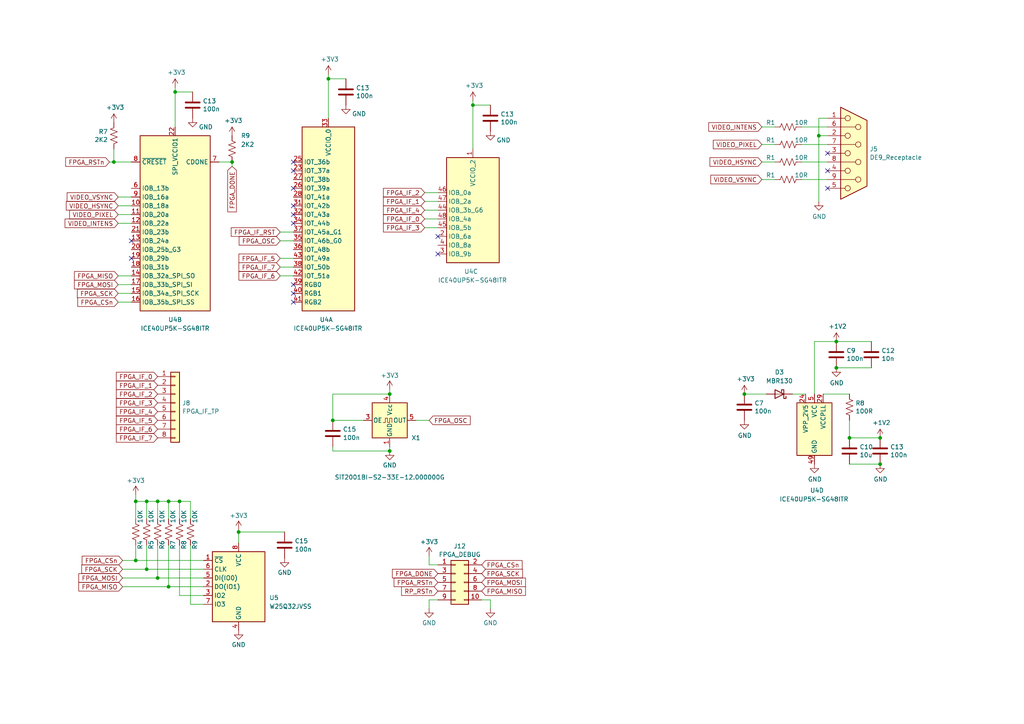
<source format=kicad_sch>
(kicad_sch (version 20230121) (generator eeschema)
  (paper "A4")
  (lib_symbols
    (symbol "Connector:DE9_Receptacle" (pin_names (offset 1.016) hide)
      (property "Reference" "J" (at 0 13.97 0))
      (property "Value" "DE9_Receptacle" (at 0 -14.605 0))
      (symbol "DE9_Receptacle_0_1"
        (circle (center -1.778 -10.16) (radius 0.762))
        (circle (center -1.778 -5.08) (radius 0.762))
        (circle (center -1.778 0) (radius 0.762))
        (circle (center -1.778 5.08) (radius 0.762))
        (circle (center -1.778 10.16) (radius 0.762))
        (polyline (pts (xy -3.81 -10.16) (xy -2.54 -10.16)))
        (polyline (pts (xy -3.81 -7.62) (xy 0.508 -7.62)))
        (polyline (pts (xy -3.81 -5.08) (xy -2.54 -5.08)))
        (polyline (pts (xy -3.81 -2.54) (xy 0.508 -2.54)))
        (polyline (pts (xy -3.81 0) (xy -2.54 0)))
        (polyline (pts (xy -3.81 2.54) (xy 0.508 2.54)))
        (polyline (pts (xy -3.81 5.08) (xy -2.54 5.08)))
        (polyline (pts (xy -3.81 7.62) (xy 0.508 7.62)))
        (polyline (pts (xy -3.81 10.16) (xy -2.54 10.16)))
        (polyline (pts (xy -3.81 13.335) (xy -3.81 -13.335) (xy 3.81 -9.525) (xy 3.81 9.525) (xy -3.81 13.335)) (stroke (width 0.254)) (fill (type background)))
        (circle (center 1.27 -7.62) (radius 0.762))
        (circle (center 1.27 -2.54) (radius 0.762))
        (circle (center 1.27 2.54) (radius 0.762))
        (circle (center 1.27 7.62) (radius 0.762))
      )
      (symbol "DE9_Receptacle_1_1"
        (pin passive line (at -7.62 10.16 0) (length 3.81) (name "1") (number "1"))
        (pin passive line (at -7.62 5.08 0) (length 3.81) (name "2") (number "2"))
        (pin passive line (at -7.62 0 0) (length 3.81) (name "3") (number "3"))
        (pin passive line (at -7.62 -5.08 0) (length 3.81) (name "4") (number "4"))
        (pin passive line (at -7.62 -10.16 0) (length 3.81) (name "5") (number "5"))
        (pin passive line (at -7.62 7.62 0) (length 3.81) (name "6") (number "6"))
        (pin passive line (at -7.62 2.54 0) (length 3.81) (name "7") (number "7"))
        (pin passive line (at -7.62 -2.54 0) (length 3.81) (name "8") (number "8"))
        (pin passive line (at -7.62 -7.62 0) (length 3.81) (name "9") (number "9"))
      )
    )
    (symbol "Connector_Generic:Conn_01x08" (pin_names (offset 1.016) hide)
      (property "Reference" "J" (at 0 10.16 0))
      (property "Value" "Conn_01x08" (at 0 -12.7 0))
      (symbol "Conn_01x08_1_1"
        (rectangle (start -1.27 -10.033) (end 0 -10.287) (stroke (width 0.1524)))
        (rectangle (start -1.27 -7.493) (end 0 -7.747) (stroke (width 0.1524)))
        (rectangle (start -1.27 -4.953) (end 0 -5.207) (stroke (width 0.1524)))
        (rectangle (start -1.27 -2.413) (end 0 -2.667) (stroke (width 0.1524)))
        (rectangle (start -1.27 0.127) (end 0 -0.127) (stroke (width 0.1524)))
        (rectangle (start -1.27 2.667) (end 0 2.413) (stroke (width 0.1524)))
        (rectangle (start -1.27 5.207) (end 0 4.953) (stroke (width 0.1524)))
        (rectangle (start -1.27 7.747) (end 0 7.493) (stroke (width 0.1524)))
        (rectangle (start -1.27 8.89) (end 1.27 -11.43) (stroke (width 0.254)) (fill (type background)))
        (pin passive line (at -5.08 7.62 0) (length 3.81) (name "Pin_1") (number "1"))
        (pin passive line (at -5.08 5.08 0) (length 3.81) (name "Pin_2") (number "2"))
        (pin passive line (at -5.08 2.54 0) (length 3.81) (name "Pin_3") (number "3"))
        (pin passive line (at -5.08 0 0) (length 3.81) (name "Pin_4") (number "4"))
        (pin passive line (at -5.08 -2.54 0) (length 3.81) (name "Pin_5") (number "5"))
        (pin passive line (at -5.08 -5.08 0) (length 3.81) (name "Pin_6") (number "6"))
        (pin passive line (at -5.08 -7.62 0) (length 3.81) (name "Pin_7") (number "7"))
        (pin passive line (at -5.08 -10.16 0) (length 3.81) (name "Pin_8") (number "8"))
      )
    )
    (symbol "Connector_Generic:Conn_02x05_Odd_Even" (pin_names (offset 1.016) hide)
      (property "Reference" "J" (at 1.27 7.62 0))
      (property "Value" "Conn_02x05_Odd_Even" (at 1.27 -7.62 0))
      (symbol "Conn_02x05_Odd_Even_1_1"
        (rectangle (start -1.27 -4.953) (end 0 -5.207) (stroke (width 0.1524)))
        (rectangle (start -1.27 -2.413) (end 0 -2.667) (stroke (width 0.1524)))
        (rectangle (start -1.27 0.127) (end 0 -0.127) (stroke (width 0.1524)))
        (rectangle (start -1.27 2.667) (end 0 2.413) (stroke (width 0.1524)))
        (rectangle (start -1.27 5.207) (end 0 4.953) (stroke (width 0.1524)))
        (rectangle (start -1.27 6.35) (end 3.81 -6.35) (stroke (width 0.254)) (fill (type background)))
        (rectangle (start 3.81 -4.953) (end 2.54 -5.207) (stroke (width 0.1524)))
        (rectangle (start 3.81 -2.413) (end 2.54 -2.667) (stroke (width 0.1524)))
        (rectangle (start 3.81 0.127) (end 2.54 -0.127) (stroke (width 0.1524)))
        (rectangle (start 3.81 2.667) (end 2.54 2.413) (stroke (width 0.1524)))
        (rectangle (start 3.81 5.207) (end 2.54 4.953) (stroke (width 0.1524)))
        (pin passive line (at -5.08 5.08 0) (length 3.81) (name "Pin_1") (number "1"))
        (pin passive line (at 7.62 -5.08 180) (length 3.81) (name "Pin_10") (number "10"))
        (pin passive line (at 7.62 5.08 180) (length 3.81) (name "Pin_2") (number "2"))
        (pin passive line (at -5.08 2.54 0) (length 3.81) (name "Pin_3") (number "3"))
        (pin passive line (at 7.62 2.54 180) (length 3.81) (name "Pin_4") (number "4"))
        (pin passive line (at -5.08 0 0) (length 3.81) (name "Pin_5") (number "5"))
        (pin passive line (at 7.62 0 180) (length 3.81) (name "Pin_6") (number "6"))
        (pin passive line (at -5.08 -2.54 0) (length 3.81) (name "Pin_7") (number "7"))
        (pin passive line (at 7.62 -2.54 180) (length 3.81) (name "Pin_8") (number "8"))
        (pin passive line (at -5.08 -5.08 0) (length 3.81) (name "Pin_9") (number "9"))
      )
    )
    (symbol "Device:C" (pin_numbers hide) (pin_names (offset 0.254))
      (property "Reference" "C" (at 0.635 2.54 0))
      (property "Value" "C" (at 0.635 -2.54 0))
      (symbol "C_0_1"
        (polyline (pts (xy -2.032 -0.762) (xy 2.032 -0.762)) (stroke (width 0.508)))
        (polyline (pts (xy -2.032 0.762) (xy 2.032 0.762)) (stroke (width 0.508)))
      )
      (symbol "C_1_1"
        (pin passive line (at 0 3.81 270) (length 2.794) (name "~") (number "1"))
        (pin passive line (at 0 -3.81 90) (length 2.794) (name "~") (number "2"))
      )
    )
    (symbol "Device:D_Schottky" (pin_numbers hide) (pin_names (offset 1.016) hide)
      (property "Reference" "D" (at 0 2.54 0))
      (property "Value" "D_Schottky" (at 0 -2.54 0))
      (symbol "D_Schottky_0_1"
        (polyline (pts (xy 1.27 0) (xy -1.27 0)))
        (polyline (pts (xy 1.27 1.27) (xy 1.27 -1.27) (xy -1.27 0) (xy 1.27 1.27)) (stroke (width 0.254)))
        (polyline (pts (xy -1.905 0.635) (xy -1.905 1.27) (xy -1.27 1.27) (xy -1.27 -1.27) (xy -0.635 -1.27) (xy -0.635 -0.635)) (stroke (width 0.254)))
      )
      (symbol "D_Schottky_1_1"
        (pin passive line (at -3.81 0 0) (length 2.54) (name "K") (number "1"))
        (pin passive line (at 3.81 0 180) (length 2.54) (name "A") (number "2"))
      )
    )
    (symbol "Device:R_US" (pin_numbers hide) (pin_names (offset 0))
      (property "Reference" "R" (at 2.54 0 90))
      (property "Value" "R_US" (at -2.54 0 90))
      (symbol "R_US_0_1"
        (polyline (pts (xy 0 -2.286) (xy 0 -2.54)))
        (polyline (pts (xy 0 2.286) (xy 0 2.54)))
        (polyline (pts (xy 0 -0.762) (xy 1.016 -1.143) (xy 0 -1.524) (xy -1.016 -1.905) (xy 0 -2.286)))
        (polyline (pts (xy 0 0.762) (xy 1.016 0.381) (xy 0 0) (xy -1.016 -0.381) (xy 0 -0.762)))
        (polyline (pts (xy 0 2.286) (xy 1.016 1.905) (xy 0 1.524) (xy -1.016 1.143) (xy 0 0.762)))
      )
      (symbol "R_US_1_1"
        (pin passive line (at 0 3.81 270) (length 1.27) (name "~") (number "1"))
        (pin passive line (at 0 -3.81 90) (length 1.27) (name "~") (number "2"))
      )
    )
    (symbol "FPGA_Lattice:ICE40UP5K-SG48ITR"
      (property "Reference" "U" (at -8.89 -29.21 0))
      (property "Value" "ICE40UP5K-SG48ITR" (at 0 -31.75 0))
      (symbol "ICE40UP5K-SG48ITR_1_1"
        (rectangle (start -7.62 25.4) (end 7.62 -27.94) (stroke (width 0.254)) (fill (type background)))
        (pin bidirectional line (at -10.16 12.7 0) (length 2.54) (name "IOT_37a") (number "23"))
        (pin bidirectional line (at -10.16 15.24 0) (length 2.54) (name "IOT_36b") (number "25"))
        (pin bidirectional line (at -10.16 7.62 0) (length 2.54) (name "IOT_39a") (number "26"))
        (pin bidirectional line (at -10.16 10.16 0) (length 2.54) (name "IOT_38b") (number "27"))
        (pin bidirectional line (at -10.16 5.08 0) (length 2.54) (name "IOT_41a") (number "28"))
        (pin bidirectional line (at -10.16 2.54 0) (length 2.54) (name "IOT_42b") (number "31"))
        (pin bidirectional line (at -10.16 0 0) (length 2.54) (name "IOT_43a") (number "32"))
        (pin power_in line (at 0 27.94 270) (length 2.54) (name "VCCIO_0") (number "33"))
        (pin bidirectional line (at -10.16 -2.54 0) (length 2.54) (name "IOT_44b") (number "34"))
        (pin bidirectional line (at -10.16 -7.62 0) (length 2.54) (name "IOT_46b_G0") (number "35"))
        (pin bidirectional line (at -10.16 -10.16 0) (length 2.54) (name "IOT_48b") (number "36"))
        (pin bidirectional line (at -10.16 -5.08 0) (length 2.54) (name "IOT_45a_G1") (number "37"))
        (pin bidirectional line (at -10.16 -15.24 0) (length 2.54) (name "IOT_50b") (number "38"))
        (pin open_collector line (at -10.16 -20.32 0) (length 2.54) (name "RGB0") (number "39"))
        (pin open_collector line (at -10.16 -22.86 0) (length 2.54) (name "RGB1") (number "40"))
        (pin open_collector line (at -10.16 -25.4 0) (length 2.54) (name "RGB2") (number "41"))
        (pin bidirectional line (at -10.16 -17.78 0) (length 2.54) (name "IOT_51a") (number "42"))
        (pin bidirectional line (at -10.16 -12.7 0) (length 2.54) (name "IOT_49a") (number "43"))
      )
      (symbol "ICE40UP5K-SG48ITR_2_1"
        (rectangle (start -10.16 25.4) (end 10.16 -25.4) (stroke (width 0.254)) (fill (type background)))
        (pin bidirectional line (at -12.7 5.08 0) (length 2.54) (name "IOB_18a") (number "10"))
        (pin bidirectional line (at -12.7 2.54 0) (length 2.54) (name "IOB_20a") (number "11"))
        (pin bidirectional line (at -12.7 0 0) (length 2.54) (name "IOB_22a") (number "12"))
        (pin bidirectional line (at -12.7 -5.08 0) (length 2.54) (name "IOB_24a") (number "13"))
        (pin bidirectional line (at -12.7 -15.24 0) (length 2.54) (name "IOB_32a_SPI_SO") (number "14"))
        (pin bidirectional line (at -12.7 -20.32 0) (length 2.54) (name "IOB_34a_SPI_SCK") (number "15"))
        (pin bidirectional line (at -12.7 -22.86 0) (length 2.54) (name "IOB_35b_SPI_SS") (number "16"))
        (pin bidirectional line (at -12.7 -17.78 0) (length 2.54) (name "IOB_33b_SPI_SI") (number "17"))
        (pin bidirectional line (at -12.7 -12.7 0) (length 2.54) (name "IOB_31b") (number "18"))
        (pin bidirectional line (at -12.7 -10.16 0) (length 2.54) (name "IOB_29b") (number "19"))
        (pin bidirectional line (at -12.7 -7.62 0) (length 2.54) (name "IOB_25b_G3") (number "20"))
        (pin bidirectional line (at -12.7 -2.54 0) (length 2.54) (name "IOB_23b") (number "21"))
        (pin power_in line (at 0 27.94 270) (length 2.54) (name "SPI_VCCIO1") (number "22"))
        (pin bidirectional line (at -12.7 10.16 0) (length 2.54) (name "IOB_13b") (number "6"))
        (pin open_collector line (at 12.7 17.78 180) (length 2.54) (name "CDONE") (number "7"))
        (pin input line (at -12.7 17.78 0) (length 2.54) (name "~{CRESET}") (number "8"))
        (pin bidirectional line (at -12.7 7.62 0) (length 2.54) (name "IOB_16a") (number "9"))
      )
      (symbol "ICE40UP5K-SG48ITR_3_1"
        (rectangle (start -7.62 15.24) (end 7.62 -15.24) (stroke (width 0.254)) (fill (type background)))
        (pin power_in line (at 0 17.78 270) (length 2.54) (name "VCCIO_2") (number "1"))
        (pin bidirectional line (at -10.16 -7.62 0) (length 2.54) (name "IOB_6a") (number "2"))
        (pin bidirectional line (at -10.16 -12.7 0) (length 2.54) (name "IOB_9b") (number "3"))
        (pin bidirectional line (at -10.16 -10.16 0) (length 2.54) (name "IOB_8a") (number "4"))
        (pin bidirectional line (at -10.16 0 0) (length 2.54) (name "IOB_3b_G6") (number "44"))
        (pin bidirectional line (at -10.16 -5.08 0) (length 2.54) (name "IOB_5b") (number "45"))
        (pin bidirectional line (at -10.16 5.08 0) (length 2.54) (name "IOB_0a") (number "46"))
        (pin bidirectional line (at -10.16 2.54 0) (length 2.54) (name "IOB_2a") (number "47"))
        (pin bidirectional line (at -10.16 -2.54 0) (length 2.54) (name "IOB_4a") (number "48"))
      )
      (symbol "ICE40UP5K-SG48ITR_4_1"
        (rectangle (start -5.08 7.62) (end 5.08 -7.62) (stroke (width 0.254)) (fill (type background)))
        (pin power_in line (at -2.54 10.16 270) (length 2.54) (name "VPP_2V5") (number "24"))
        (pin power_out line (at 2.54 10.16 270) (length 2.54) (name "VCCPLL") (number "29"))
        (pin passive line (at 0 10.16 270) (length 2.54) hide (name "VCC") (number "30"))
        (pin power_in line (at 0 -10.16 90) (length 2.54) (name "GND") (number "49"))
        (pin power_in line (at 0 10.16 270) (length 2.54) (name "VCC") (number "5"))
      )
    )
    (symbol "Memory_Flash:W25Q32JVSS"
      (property "Reference" "U" (at -6.35 11.43 0))
      (property "Value" "W25Q32JVSS" (at 7.62 11.43 0))
      (symbol "W25Q32JVSS_0_1"
        (rectangle (start -7.62 10.16) (end 7.62 -10.16) (stroke (width 0.254)) (fill (type background)))
      )
      (symbol "W25Q32JVSS_1_1"
        (pin input line (at -10.16 7.62 0) (length 2.54) (name "~{CS}") (number "1"))
        (pin bidirectional line (at -10.16 0 0) (length 2.54) (name "DO(IO1)") (number "2"))
        (pin bidirectional line (at -10.16 -2.54 0) (length 2.54) (name "IO2") (number "3"))
        (pin power_in line (at 0 -12.7 90) (length 2.54) (name "GND") (number "4"))
        (pin bidirectional line (at -10.16 2.54 0) (length 2.54) (name "DI(IO0)") (number "5"))
        (pin input line (at -10.16 5.08 0) (length 2.54) (name "CLK") (number "6"))
        (pin bidirectional line (at -10.16 -5.08 0) (length 2.54) (name "IO3") (number "7"))
        (pin power_in line (at 0 12.7 270) (length 2.54) (name "VCC") (number "8"))
      )
    )
    (symbol "SiT2001B:SiT2001B" (pin_names (offset 0.254))
      (property "Reference" "X" (at -5.08 6.35 0))
      (property "Value" "SiT2001B" (at 1.27 -6.35 0))
      (symbol "SiT2001B_0_1"
        (rectangle (start -5.08 5.08) (end 5.08 -5.08) (stroke (width 0.254)) (fill (type background)))
        (polyline (pts (xy -1.905 -0.635) (xy -1.27 -0.635) (xy -1.27 0.635) (xy -0.635 0.635) (xy -0.635 -0.635) (xy 0 -0.635) (xy 0 0.635) (xy 0.635 0.635) (xy 0.635 -0.635)))
      )
      (symbol "SiT2001B_1_1"
        (pin power_in line (at 0 -7.62 90) (length 2.54) (name "GND") (number "1"))
        (pin input line (at -7.62 0 0) (length 2.54) (name "OE") (number "3"))
        (pin power_in line (at 0 7.62 270) (length 2.54) (name "Vcc") (number "4"))
        (pin output line (at 7.62 0 180) (length 2.54) (name "OUT") (number "5"))
      )
    )
    (symbol "power:+1V2" (power) (pin_names (offset 0))
      (property "Value" "+1V2" (at 0 3.556 0))
      (symbol "+1V2_0_1"
        (polyline (pts (xy -0.762 1.27) (xy 0 2.54)))
        (polyline (pts (xy 0 0) (xy 0 2.54)))
        (polyline (pts (xy 0 2.54) (xy 0.762 1.27)))
      )
      (symbol "+1V2_1_1"
        (pin power_in line (at 0 0 90) (length 0) hide (name "+1V2") (number "1"))
      )
    )
    (symbol "power:+3V3" (power) (pin_names (offset 0))
      (property "Value" "+3V3" (at 0 3.556 0))
      (symbol "+3V3_0_1"
        (polyline (pts (xy -0.762 1.27) (xy 0 2.54)))
        (polyline (pts (xy 0 0) (xy 0 2.54)))
        (polyline (pts (xy 0 2.54) (xy 0.762 1.27)))
      )
      (symbol "+3V3_1_1"
        (pin power_in line (at 0 0 90) (length 0) hide (name "+3V3") (number "1"))
      )
    )
    (symbol "power:GND" (power) (pin_names (offset 0))
      (property "Value" "GND" (at 0 -3.81 0))
      (symbol "GND_0_1"
        (polyline (pts (xy 0 0) (xy 0 -1.27) (xy 1.27 -1.27) (xy 0 -2.54) (xy -1.27 -1.27) (xy 0 -1.27)))
      )
      (symbol "GND_1_1"
        (pin power_in line (at 0 0 270) (length 0) hide (name "GND") (number "1"))
      )
    )
  )
  (junction (at 95.25 22.86))
  (junction (at 42.545 165.1))
  (junction (at 39.37 145.415))
  (junction (at 48.895 145.415))
  (junction (at 255.27 127))
  (junction (at 45.72 167.64))
  (junction (at 96.52 121.92))
  (junction (at 113.03 130.81))
  (junction (at 39.37 162.56))
  (junction (at 255.27 134.62))
  (junction (at 67.31 46.99))
  (junction (at 50.8 26.67))
  (junction (at 137.16 30.48))
  (junction (at 242.57 99.06))
  (junction (at 246.38 127))
  (junction (at 113.03 114.3))
  (junction (at 45.72 145.415))
  (junction (at 42.545 145.415))
  (junction (at 69.215 154.305))
  (junction (at 215.9 114.3))
  (junction (at 242.57 106.68))
  (junction (at 52.07 145.415))
  (junction (at 237.49 39.37))
  (junction (at 48.895 170.18))
  (junction (at 33.02 46.99))
  (no_connect (at 127 68.58))
  (no_connect (at 85.09 62.23))
  (no_connect (at 85.09 82.55))
  (no_connect (at 38.1 74.93))
  (no_connect (at 38.1 69.85))
  (no_connect (at 85.09 64.77))
  (no_connect (at 240.03 54.61))
  (no_connect (at 85.09 49.53))
  (no_connect (at 127 73.66))
  (no_connect (at 85.09 46.99))
  (no_connect (at 85.09 54.61))
  (no_connect (at 85.09 85.09))
  (no_connect (at 240.03 44.45))
  (no_connect (at 85.09 87.63))
  (no_connect (at 85.09 59.69))
  (no_connect (at 240.03 49.53))
  (wire (pts (xy 35.56 167.64) (xy 45.72 167.64)))
  (wire (pts (xy 96.52 129.54) (xy 96.52 130.81)))
  (wire (pts (xy 39.37 150.495) (xy 39.37 145.415)))
  (wire (pts (xy 246.38 134.62) (xy 255.27 134.62)))
  (wire (pts (xy 232.41 36.83) (xy 240.03 36.83)))
  (wire (pts (xy 137.16 30.48) (xy 137.16 43.18)))
  (wire (pts (xy 38.1 80.01) (xy 34.29 80.01)))
  (wire (pts (xy 39.37 162.56) (xy 39.37 158.115)))
  (wire (pts (xy 113.03 129.54) (xy 113.03 130.81)))
  (wire (pts (xy 220.98 36.83) (xy 224.79 36.83)))
  (wire (pts (xy 50.8 26.67) (xy 50.8 36.83)))
  (wire (pts (xy 48.895 145.415) (xy 48.895 150.495)))
  (wire (pts (xy 38.1 46.99) (xy 33.02 46.99)))
  (wire (pts (xy 142.24 176.53) (xy 142.24 173.99)))
  (wire (pts (xy 220.98 52.07) (xy 224.79 52.07)))
  (wire (pts (xy 39.37 143.51) (xy 39.37 145.415)))
  (wire (pts (xy 237.49 39.37) (xy 237.49 58.42)))
  (wire (pts (xy 137.16 30.48) (xy 142.24 30.48)))
  (wire (pts (xy 240.03 39.37) (xy 237.49 39.37)))
  (wire (pts (xy 123.19 63.5) (xy 127 63.5)))
  (wire (pts (xy 232.41 52.07) (xy 240.03 52.07)))
  (wire (pts (xy 127 163.83) (xy 124.46 163.83)))
  (wire (pts (xy 232.41 41.91) (xy 240.03 41.91)))
  (wire (pts (xy 52.07 172.72) (xy 52.07 158.115)))
  (wire (pts (xy 59.055 167.64) (xy 45.72 167.64)))
  (wire (pts (xy 120.65 121.92) (xy 124.46 121.92)))
  (wire (pts (xy 246.38 121.92) (xy 246.38 127)))
  (wire (pts (xy 95.25 21.59) (xy 95.25 22.86)))
  (wire (pts (xy 246.38 127) (xy 255.27 127)))
  (wire (pts (xy 42.545 145.415) (xy 45.72 145.415)))
  (wire (pts (xy 96.52 114.3) (xy 96.52 121.92)))
  (wire (pts (xy 252.73 99.06) (xy 242.57 99.06)))
  (wire (pts (xy 59.055 162.56) (xy 39.37 162.56)))
  (wire (pts (xy 95.25 22.86) (xy 100.33 22.86)))
  (wire (pts (xy 35.56 165.1) (xy 42.545 165.1)))
  (wire (pts (xy 38.1 87.63) (xy 34.29 87.63)))
  (wire (pts (xy 33.02 46.99) (xy 33.02 43.18)))
  (wire (pts (xy 42.545 145.415) (xy 42.545 150.495)))
  (wire (pts (xy 55.245 150.495) (xy 55.245 145.415)))
  (wire (pts (xy 35.56 162.56) (xy 39.37 162.56)))
  (wire (pts (xy 52.07 145.415) (xy 52.07 150.495)))
  (wire (pts (xy 232.41 46.99) (xy 240.03 46.99)))
  (wire (pts (xy 81.28 69.85) (xy 85.09 69.85)))
  (wire (pts (xy 81.28 67.31) (xy 85.09 67.31)))
  (wire (pts (xy 238.76 114.3) (xy 246.38 114.3)))
  (wire (pts (xy 240.03 34.29) (xy 237.49 34.29)))
  (wire (pts (xy 242.57 99.06) (xy 236.22 99.06)))
  (wire (pts (xy 123.19 58.42) (xy 127 58.42)))
  (wire (pts (xy 59.055 170.18) (xy 48.895 170.18)))
  (wire (pts (xy 96.52 121.92) (xy 105.41 121.92)))
  (wire (pts (xy 124.46 163.83) (xy 124.46 161.29)))
  (wire (pts (xy 113.03 113.03) (xy 113.03 114.3)))
  (wire (pts (xy 67.31 46.99) (xy 67.31 48.26)))
  (wire (pts (xy 123.19 55.88) (xy 127 55.88)))
  (wire (pts (xy 123.19 66.04) (xy 127 66.04)))
  (wire (pts (xy 34.29 64.77) (xy 38.1 64.77)))
  (wire (pts (xy 38.1 82.55) (xy 34.29 82.55)))
  (wire (pts (xy 96.52 130.81) (xy 113.03 130.81)))
  (wire (pts (xy 59.055 175.26) (xy 55.245 175.26)))
  (wire (pts (xy 31.75 46.99) (xy 33.02 46.99)))
  (wire (pts (xy 95.25 22.86) (xy 95.25 34.29)))
  (wire (pts (xy 124.46 173.99) (xy 124.46 176.53)))
  (wire (pts (xy 45.72 145.415) (xy 48.895 145.415)))
  (wire (pts (xy 35.56 170.18) (xy 48.895 170.18)))
  (wire (pts (xy 137.16 29.21) (xy 137.16 30.48)))
  (wire (pts (xy 252.73 106.68) (xy 242.57 106.68)))
  (wire (pts (xy 81.28 77.47) (xy 85.09 77.47)))
  (wire (pts (xy 236.22 99.06) (xy 236.22 114.3)))
  (wire (pts (xy 142.24 173.99) (xy 139.7 173.99)))
  (wire (pts (xy 127 173.99) (xy 124.46 173.99)))
  (wire (pts (xy 113.03 114.3) (xy 96.52 114.3)))
  (wire (pts (xy 59.055 172.72) (xy 52.07 172.72)))
  (wire (pts (xy 34.29 62.23) (xy 38.1 62.23)))
  (wire (pts (xy 48.895 170.18) (xy 48.895 158.115)))
  (wire (pts (xy 123.19 60.96) (xy 127 60.96)))
  (wire (pts (xy 45.72 150.495) (xy 45.72 145.415)))
  (wire (pts (xy 237.49 34.29) (xy 237.49 39.37)))
  (wire (pts (xy 220.98 41.91) (xy 224.79 41.91)))
  (wire (pts (xy 50.8 26.67) (xy 55.88 26.67)))
  (wire (pts (xy 222.25 114.3) (xy 215.9 114.3)))
  (wire (pts (xy 55.245 175.26) (xy 55.245 158.115)))
  (wire (pts (xy 81.28 74.93) (xy 85.09 74.93)))
  (wire (pts (xy 34.29 57.15) (xy 38.1 57.15)))
  (wire (pts (xy 55.245 145.415) (xy 52.07 145.415)))
  (wire (pts (xy 81.28 80.01) (xy 85.09 80.01)))
  (wire (pts (xy 42.545 165.1) (xy 42.545 158.115)))
  (wire (pts (xy 50.8 25.4) (xy 50.8 26.67)))
  (wire (pts (xy 69.215 153.67) (xy 69.215 154.305)))
  (wire (pts (xy 59.055 165.1) (xy 42.545 165.1)))
  (wire (pts (xy 34.29 59.69) (xy 38.1 59.69)))
  (wire (pts (xy 233.68 114.3) (xy 229.87 114.3)))
  (wire (pts (xy 69.215 154.305) (xy 82.55 154.305)))
  (wire (pts (xy 38.1 85.09) (xy 34.29 85.09)))
  (wire (pts (xy 69.215 154.305) (xy 69.215 157.48)))
  (wire (pts (xy 39.37 145.415) (xy 42.545 145.415)))
  (wire (pts (xy 220.98 46.99) (xy 224.79 46.99)))
  (wire (pts (xy 63.5 46.99) (xy 67.31 46.99)))
  (wire (pts (xy 45.72 167.64) (xy 45.72 158.115)))
  (wire (pts (xy 52.07 145.415) (xy 48.895 145.415)))
  (global_label "FPGA_IF_3" (shape input) (at 45.72 116.84 180) (property "Intersheetrefs" "${INTERSHEET_REFS}" (effects hide)))
  (global_label "FPGA_MISO" (shape input) (at 35.56 170.18 180) (property "Intersheetrefs" "${INTERSHEET_REFS}" (effects hide)))
  (global_label "FPGA_CSn" (shape input) (at 139.7 163.83 0) (property "Intersheetrefs" "${INTERSHEET_REFS}" (effects hide)))
  (global_label "FPGA_MOSI" (shape input) (at 139.7 168.91 0) (property "Intersheetrefs" "${INTERSHEET_REFS}" (effects hide)))
  (global_label "FPGA_CSn" (shape input) (at 34.29 87.63 180) (property "Intersheetrefs" "${INTERSHEET_REFS}" (effects hide)))
  (global_label "FPGA_IF_4" (shape input) (at 123.19 60.96 180) (property "Intersheetrefs" "${INTERSHEET_REFS}" (effects hide)))
  (global_label "FPGA_OSC" (shape input) (at 124.46 121.92 0) (property "Intersheetrefs" "${INTERSHEET_REFS}" (effects hide)))
  (global_label "FPGA_RSTn" (shape input) (at 31.75 46.99 180) (property "Intersheetrefs" "${INTERSHEET_REFS}" (effects hide)))
  (global_label "FPGA_IF_4" (shape input) (at 45.72 119.38 180) (property "Intersheetrefs" "${INTERSHEET_REFS}" (effects hide)))
  (global_label "FPGA_IF_6" (shape input) (at 45.72 124.46 180) (property "Intersheetrefs" "${INTERSHEET_REFS}" (effects hide)))
  (global_label "FPGA_SCK" (shape input) (at 35.56 165.1 180) (property "Intersheetrefs" "${INTERSHEET_REFS}" (effects hide)))
  (global_label "VIDEO_HSYNC" (shape input) (at 34.29 59.69 180) (property "Intersheetrefs" "${INTERSHEET_REFS}" (effects hide)))
  (global_label "FPGA_OSC" (shape input) (at 81.28 69.85 180) (property "Intersheetrefs" "${INTERSHEET_REFS}" (effects hide)))
  (global_label "FPGA_IF_2" (shape input) (at 45.72 114.3 180) (property "Intersheetrefs" "${INTERSHEET_REFS}" (effects hide)))
  (global_label "FPGA_IF_6" (shape input) (at 81.28 80.01 180) (property "Intersheetrefs" "${INTERSHEET_REFS}" (effects hide)))
  (global_label "FPGA_IF_0" (shape input) (at 45.72 109.22 180) (property "Intersheetrefs" "${INTERSHEET_REFS}" (effects hide)))
  (global_label "FPGA_IF_7" (shape input) (at 81.28 77.47 180) (property "Intersheetrefs" "${INTERSHEET_REFS}" (effects hide)))
  (global_label "FPGA_IF_0" (shape input) (at 123.19 63.5 180) (property "Intersheetrefs" "${INTERSHEET_REFS}" (effects hide)))
  (global_label "FPGA_DONE" (shape input) (at 67.31 48.26 270) (property "Intersheetrefs" "${INTERSHEET_REFS}" (effects hide)))
  (global_label "FPGA_MISO" (shape input) (at 139.7 171.45 0) (property "Intersheetrefs" "${INTERSHEET_REFS}" (effects hide)))
  (global_label "RP_RSTn" (shape input) (at 127 171.45 180) (property "Intersheetrefs" "${INTERSHEET_REFS}" (effects hide)))
  (global_label "VIDEO_INTENS" (shape input) (at 34.29 64.77 180) (property "Intersheetrefs" "${INTERSHEET_REFS}" (effects hide)))
  (global_label "FPGA_DONE" (shape input) (at 127 166.37 180) (property "Intersheetrefs" "${INTERSHEET_REFS}" (effects hide)))
  (global_label "FPGA_SCK" (shape input) (at 34.29 85.09 180) (property "Intersheetrefs" "${INTERSHEET_REFS}" (effects hide)))
  (global_label "FPGA_IF_RST" (shape input) (at 81.28 67.31 180) (property "Intersheetrefs" "${INTERSHEET_REFS}" (effects hide)))
  (global_label "VIDEO_VSYNC" (shape input) (at 220.98 52.07 180) (property "Intersheetrefs" "${INTERSHEET_REFS}" (effects hide)))
  (global_label "FPGA_IF_3" (shape input) (at 123.19 66.04 180) (property "Intersheetrefs" "${INTERSHEET_REFS}" (effects hide)))
  (global_label "FPGA_CSn" (shape input) (at 35.56 162.56 180) (property "Intersheetrefs" "${INTERSHEET_REFS}" (effects hide)))
  (global_label "FPGA_SCK" (shape input) (at 139.7 166.37 0) (property "Intersheetrefs" "${INTERSHEET_REFS}" (effects hide)))
  (global_label "FPGA_IF_2" (shape input) (at 123.19 55.88 180) (property "Intersheetrefs" "${INTERSHEET_REFS}" (effects hide)))
  (global_label "FPGA_IF_7" (shape input) (at 45.72 127 180) (property "Intersheetrefs" "${INTERSHEET_REFS}" (effects hide)))
  (global_label "VIDEO_HSYNC" (shape input) (at 220.98 46.99 180) (property "Intersheetrefs" "${INTERSHEET_REFS}" (effects hide)))
  (global_label "FPGA_IF_1" (shape input) (at 45.72 111.76 180) (property "Intersheetrefs" "${INTERSHEET_REFS}" (effects hide)))
  (global_label "FPGA_MISO" (shape input) (at 34.29 80.01 180) (property "Intersheetrefs" "${INTERSHEET_REFS}" (effects hide)))
  (global_label "VIDEO_INTENS" (shape input) (at 220.98 36.83 180) (property "Intersheetrefs" "${INTERSHEET_REFS}" (effects hide)))
  (global_label "FPGA_IF_5" (shape input) (at 81.28 74.93 180) (property "Intersheetrefs" "${INTERSHEET_REFS}" (effects hide)))
  (global_label "FPGA_MOSI" (shape input) (at 35.56 167.64 180) (property "Intersheetrefs" "${INTERSHEET_REFS}" (effects hide)))
  (global_label "FPGA_RSTn" (shape input) (at 127 168.91 180) (property "Intersheetrefs" "${INTERSHEET_REFS}" (effects hide)))
  (global_label "FPGA_IF_5" (shape input) (at 45.72 121.92 180) (property "Intersheetrefs" "${INTERSHEET_REFS}" (effects hide)))
  (global_label "FPGA_IF_1" (shape input) (at 123.19 58.42 180) (property "Intersheetrefs" "${INTERSHEET_REFS}" (effects hide)))
  (global_label "VIDEO_VSYNC" (shape input) (at 34.29 57.15 180) (property "Intersheetrefs" "${INTERSHEET_REFS}" (effects hide)))
  (global_label "VIDEO_PIXEL" (shape input) (at 220.98 41.91 180) (property "Intersheetrefs" "${INTERSHEET_REFS}" (effects hide)))
  (global_label "VIDEO_PIXEL" (shape input) (at 34.29 62.23 180) (property "Intersheetrefs" "${INTERSHEET_REFS}" (effects hide)))
  (global_label "FPGA_MOSI" (shape input) (at 34.29 82.55 180) (property "Intersheetrefs" "${INTERSHEET_REFS}" (effects hide)))
  (symbol (lib_id "FPGA_Lattice:ICE40UP5K-SG48ITR") (at 236.22 124.46 0) (unit 4)
    (property "Reference" "U4" (at 234.95 142.24 0) (effects (justify left)))
    (property "Value" "ICE40UP5K-SG48ITR" (at 226.06 144.78 0) (effects (justify left)))
    (property "Footprint" "Package_DFN_QFN:QFN-48-1EP_7x7mm_P0.5mm_EP5.6x5.6mm" (effects hide))
    (property "Datasheet" "http://www.latticesemi.com/Products/FPGAandCPLD/iCE40Ultra" (effects hide))
    (instances (project "ice40_catears_v1" (path "" (reference "U4") (unit 4))) (project "ibm-5151-pcb" (path "" (reference "U3") (unit 4)) (path "" (reference "U5") (unit 4))))
  )
  (symbol (lib_id "power:GND") (at 100.33 30.48 0) (unit 1)
    (property "Reference" "#PWR025" (effects hide))
    (property "Value" "GND" (at 104.14 33.02 0))
    (instances (project "ice40_catears_v1" (path "" (reference "#PWR025") (unit 1))) (project "ibm-5151-pcb" (path "" (reference "#PWR021") (unit 1)) (path "" (reference "#PWR019") (unit 1))))
  )
  (symbol (lib_id "FPGA_Lattice:ICE40UP5K-SG48ITR") (at 50.8 64.77 0) (unit 2)
    (property "Reference" "U4" (at 50.8 92.71 0))
    (property "Value" "ICE40UP5K-SG48ITR" (at 50.8 95.25 0))
    (property "Footprint" "Package_DFN_QFN:QFN-48-1EP_7x7mm_P0.5mm_EP5.6x5.6mm" (effects hide))
    (property "Datasheet" "http://www.latticesemi.com/Products/FPGAandCPLD/iCE40Ultra" (effects hide))
    (instances (project "ice40_catears_v1" (path "" (reference "U4") (unit 2))) (project "ibm-5151-pcb" (path "" (reference "U3") (unit 2)) (path "" (reference "U5") (unit 2))))
  )
  (symbol (lib_id "power:+3V3") (at 95.25 21.59 0) (unit 1)
    (property "Reference" "#PWR022" (effects hide))
    (property "Value" "+3V3" (at 95.631 17.1958 0))
    (instances (project "ice40_catears_v1" (path "" (reference "#PWR022") (unit 1))) (project "ibm-5151-pcb" (path "" (reference "#PWR020") (unit 1)) (path "" (reference "#PWR018") (unit 1))))
  )
  (symbol (lib_id "Device:C") (at 242.57 102.87 0) (unit 1)
    (property "Reference" "C9" (at 245.491 101.7016 0) (effects (justify left)))
    (property "Value" "100n" (at 245.491 104.013 0) (effects (justify left)))
    (property "Footprint" "Capacitor_SMD:C_0603_1608Metric" (effects hide))
    (instances (project "ice40_catears_v1" (path "" (reference "C9") (unit 1))) (project "ibm-5151-pcb" (path "" (reference "C8") (unit 1)) (path "" (reference "C12") (unit 1))))
  )
  (symbol (lib_id "Device:R_US") (at 228.6 41.91 90) (unit 1)
    (property "Reference" "R1" (at 223.52 40.64 90))
    (property "Value" "10R" (at 232.41 40.64 90))
    (property "Footprint" "Resistor_SMD:R_0805_2012Metric" (effects hide))
    (instances (project "sensor_node_v1" (path "" (reference "R1") (unit 1))) (project "ibm-5151-pcb" (path "" (reference "R22") (unit 1)) (path "" (reference "R21") (unit 1))))
  )
  (symbol (lib_id "Device:R_US") (at 246.38 118.11 0) (unit 1)
    (property "Reference" "R8" (at 248.1072 116.9416 0) (effects (justify left)))
    (property "Value" "100R" (at 248.1072 119.253 0) (effects (justify left)))
    (property "Footprint" "Resistor_SMD:R_0805_2012Metric" (effects hide))
    (instances (project "ice40_catears_v1" (path "" (reference "R8") (unit 1))) (project "ibm-5151-pcb" (path "" (reference "R2") (unit 1)) (path "" (reference "R24") (unit 1))))
  )
  (symbol (lib_id "power:+3V3") (at 124.46 161.29 0) (unit 1)
    (property "Reference" "#PWR027" (effects hide))
    (property "Value" "+3V3" (at 124.46 157.1569 0))
    (instances (project "ibm-5151-pcb" (path "" (reference "#PWR027") (unit 1)) (path "" (reference "#PWR012") (unit 1))) (project "mpw3-common" (path "" (reference "#PWR010") (unit 1))))
  )
  (symbol (lib_id "FPGA_Lattice:ICE40UP5K-SG48ITR") (at 95.25 62.23 0) (unit 1)
    (property "Reference" "U4" (at 92.71 92.71 0) (effects (justify left)))
    (property "Value" "ICE40UP5K-SG48ITR" (at 85.09 95.25 0) (effects (justify left)))
    (property "Footprint" "Package_DFN_QFN:QFN-48-1EP_7x7mm_P0.5mm_EP5.6x5.6mm" (effects hide))
    (property "Datasheet" "http://www.latticesemi.com/Products/FPGAandCPLD/iCE40Ultra" (effects hide))
    (instances (project "ice40_catears_v1" (path "" (reference "U4") (unit 1))) (project "ibm-5151-pcb" (path "" (reference "U3") (unit 1)) (path "" (reference "U5") (unit 1))))
  )
  (symbol (lib_id "power:+3V3") (at 69.215 153.67 0) (unit 1)
    (property "Reference" "#PWR023" (effects hide))
    (property "Value" "+3V3" (at 69.215 149.5369 0))
    (instances (project "ibm-5151-pcb" (path "" (reference "#PWR023") (unit 1)) (path "" (reference "#PWR08") (unit 1))) (project "mpw3-common" (path "" (reference "#PWR010") (unit 1))))
  )
  (symbol (lib_id "Device:R_US") (at 228.6 36.83 90) (unit 1)
    (property "Reference" "R1" (at 223.52 35.56 90))
    (property "Value" "10R" (at 232.41 35.56 90))
    (property "Footprint" "Resistor_SMD:R_0805_2012Metric" (effects hide))
    (instances (project "sensor_node_v1" (path "" (reference "R1") (unit 1))) (project "ibm-5151-pcb" (path "" (reference "R21") (unit 1)) (path "" (reference "R9") (unit 1))))
  )
  (symbol (lib_id "Device:R_US") (at 45.72 154.305 0) (unit 1)
    (property "Reference" "R6" (at 46.99 159.385 90) (effects (justify left)))
    (property "Value" "10K" (at 46.99 151.765 90) (effects (justify left)))
    (property "Footprint" "Resistor_SMD:R_0805_2012Metric" (effects hide))
    (instances (project "ibm-5151-pcb" (path "" (reference "R6") (unit 1)) (path "" (reference "R3") (unit 1))) (project "mpw3-common" (path "" (reference "R4") (unit 1))))
  )
  (symbol (lib_id "Device:R_US") (at 55.245 154.305 0) (unit 1)
    (property "Reference" "R9" (at 56.515 159.385 90) (effects (justify left)))
    (property "Value" "10K" (at 56.515 151.765 90) (effects (justify left)))
    (property "Footprint" "Resistor_SMD:R_0805_2012Metric" (effects hide))
    (instances (project "ibm-5151-pcb" (path "" (reference "R9") (unit 1)) (path "" (reference "R6") (unit 1))) (project "mpw3-common" (path "" (reference "R1") (unit 1))))
  )
  (symbol (lib_id "FPGA_Lattice:ICE40UP5K-SG48ITR") (at 137.16 60.96 0) (unit 3)
    (property "Reference" "U4" (at 134.62 78.74 0) (effects (justify left)))
    (property "Value" "ICE40UP5K-SG48ITR" (at 127 81.28 0) (effects (justify left)))
    (property "Footprint" "Package_DFN_QFN:QFN-48-1EP_7x7mm_P0.5mm_EP5.6x5.6mm" (effects hide))
    (property "Datasheet" "http://www.latticesemi.com/Products/FPGAandCPLD/iCE40Ultra" (effects hide))
    (instances (project "ice40_catears_v1" (path "" (reference "U4") (unit 3))) (project "ibm-5151-pcb" (path "" (reference "U3") (unit 3)) (path "" (reference "U5") (unit 3))))
  )
  (symbol (lib_id "power:GND") (at 237.49 58.42 0) (unit 1)
    (property "Reference" "#PWR0123" (effects hide))
    (property "Value" "GND" (at 237.617 62.8142 0))
    (instances (project "sensor_node_v1" (path "" (reference "#PWR0123") (unit 1))) (project "ibm-5151-pcb" (path "" (reference "#PWR056") (unit 1)) (path "" (reference "#PWR025") (unit 1))))
  )
  (symbol (lib_id "Device:R_US") (at 33.02 39.37 0) (mirror y) (unit 1)
    (property "Reference" "R7" (at 31.2928 38.2016 0) (effects (justify left)))
    (property "Value" "2K2" (at 31.2928 40.513 0) (effects (justify left)))
    (property "Footprint" "Resistor_SMD:R_0805_2012Metric" (effects hide))
    (instances (project "ice40_catears_v1" (path "" (reference "R7") (unit 1))) (project "ibm-5151-pcb" (path "" (reference "R1") (unit 1)) (path "" (reference "R7") (unit 1))))
  )
  (symbol (lib_id "Device:C") (at 82.55 158.115 180) (unit 1)
    (property "Reference" "C15" (at 85.471 156.9029 0) (effects (justify right)))
    (property "Value" "100n" (at 85.471 159.3271 0) (effects (justify right)))
    (property "Footprint" "Capacitor_SMD:C_0603_1608Metric" (effects hide))
    (instances (project "ibm-5151-pcb" (path "" (reference "C15") (unit 1)) (path "" (reference "C7") (unit 1))) (project "mpw3-common" (path "" (reference "C2") (unit 1))))
  )
  (symbol (lib_id "power:GND") (at 124.46 176.53 0) (unit 1)
    (property "Reference" "#PWR026" (effects hide))
    (property "Value" "GND" (at 124.46 180.6631 0))
    (instances (project "ibm-5151-pcb" (path "" (reference "#PWR026") (unit 1)) (path "" (reference "#PWR013") (unit 1))) (project "mpw3-common" (path "" (reference "#PWR09") (unit 1))))
  )
  (symbol (lib_id "Device:D_Schottky") (at 226.06 114.3 180) (unit 1)
    (property "Reference" "D3" (at 226.06 107.95 0))
    (property "Value" "MBR130" (at 226.06 110.49 0))
    (property "Footprint" "Diode_SMD:D_SOD-123" (effects hide))
    (instances (project "ice40_catears_v1" (path "" (reference "D3") (unit 1))) (project "ibm-5151-pcb" (path "" (reference "D1") (unit 1)) (path "" (reference "D1") (unit 1))))
  )
  (symbol (lib_id "Device:R_US") (at 39.37 154.305 0) (unit 1)
    (property "Reference" "R4" (at 40.64 159.385 90) (effects (justify left)))
    (property "Value" "10K" (at 40.64 151.765 90) (effects (justify left)))
    (property "Footprint" "Resistor_SMD:R_0805_2012Metric" (effects hide))
    (instances (project "ibm-5151-pcb" (path "" (reference "R4") (unit 1)) (path "" (reference "R1") (unit 1))) (project "mpw3-common" (path "" (reference "R6") (unit 1))))
  )
  (symbol (lib_id "Device:C") (at 55.88 30.48 0) (unit 1)
    (property "Reference" "C13" (at 58.801 29.3116 0) (effects (justify left)))
    (property "Value" "100n" (at 58.801 31.623 0) (effects (justify left)))
    (property "Footprint" "Capacitor_SMD:C_0603_1608Metric" (effects hide))
    (instances (project "ice40_catears_v1" (path "" (reference "C13") (unit 1))) (project "ibm-5151-pcb" (path "" (reference "C12") (unit 1)) (path "" (reference "C8") (unit 1))))
  )
  (symbol (lib_id "Device:C") (at 246.38 130.81 0) (unit 1)
    (property "Reference" "C10" (at 249.301 129.6416 0) (effects (justify left)))
    (property "Value" "10u" (at 249.301 131.953 0) (effects (justify left)))
    (property "Footprint" "Capacitor_SMD:C_0603_1608Metric" (effects hide))
    (instances (project "ice40_catears_v1" (path "" (reference "C10") (unit 1))) (project "ibm-5151-pcb" (path "" (reference "C9") (unit 1)) (path "" (reference "C13") (unit 1))))
  )
  (symbol (lib_id "power:GND") (at 69.215 182.88 0) (unit 1)
    (property "Reference" "#PWR024" (effects hide))
    (property "Value" "GND" (at 69.215 187.0131 0))
    (instances (project "ibm-5151-pcb" (path "" (reference "#PWR024") (unit 1)) (path "" (reference "#PWR09") (unit 1))) (project "mpw3-common" (path "" (reference "#PWR09") (unit 1))))
  )
  (symbol (lib_id "power:GND") (at 55.88 34.29 0) (unit 1)
    (property "Reference" "#PWR025" (effects hide))
    (property "Value" "GND" (at 59.69 36.83 0))
    (instances (project "ice40_catears_v1" (path "" (reference "#PWR025") (unit 1))) (project "ibm-5151-pcb" (path "" (reference "#PWR019") (unit 1)) (path "" (reference "#PWR016") (unit 1))))
  )
  (symbol (lib_id "power:GND") (at 142.24 176.53 0) (unit 1)
    (property "Reference" "#PWR028" (effects hide))
    (property "Value" "GND" (at 142.24 180.6631 0))
    (instances (project "ibm-5151-pcb" (path "" (reference "#PWR028") (unit 1)) (path "" (reference "#PWR015") (unit 1))) (project "mpw3-common" (path "" (reference "#PWR09") (unit 1))))
  )
  (symbol (lib_id "Device:R_US") (at 48.895 154.305 0) (unit 1)
    (property "Reference" "R7" (at 50.165 159.385 90) (effects (justify left)))
    (property "Value" "10K" (at 50.165 151.765 90) (effects (justify left)))
    (property "Footprint" "Resistor_SMD:R_0805_2012Metric" (effects hide))
    (instances (project "ibm-5151-pcb" (path "" (reference "R7") (unit 1)) (path "" (reference "R4") (unit 1))) (project "mpw3-common" (path "" (reference "R3") (unit 1))))
  )
  (symbol (lib_id "Device:R_US") (at 52.07 154.305 0) (unit 1)
    (property "Reference" "R8" (at 53.34 159.385 90) (effects (justify left)))
    (property "Value" "10K" (at 53.34 151.765 90) (effects (justify left)))
    (property "Footprint" "Resistor_SMD:R_0805_2012Metric" (effects hide))
    (instances (project "ibm-5151-pcb" (path "" (reference "R8") (unit 1)) (path "" (reference "R5") (unit 1))) (project "mpw3-common" (path "" (reference "R2") (unit 1))))
  )
  (symbol (lib_id "Memory_Flash:W25Q32JVSS") (at 69.215 170.18 0) (unit 1)
    (property "Reference" "U5" (at 78.105 173.355 0) (effects (justify left)))
    (property "Value" "W25Q32JVSS" (at 78.105 175.895 0) (effects (justify left)))
    (property "Footprint" "Package_SO:SOIC-8_5.23x5.23mm_P1.27mm" (effects hide))
    (property "Datasheet" "http://www.winbond.com/resource-files/w25q32jv%20revg%2003272018%20plus.pdf" (effects hide))
    (instances (project "ibm-5151-pcb" (path "" (reference "U5") (unit 1)) (path "" (reference "U3") (unit 1))) (project "mpw3-common" (path "" (reference "U3") (unit 1))))
  )
  (symbol (lib_id "power:GND") (at 255.27 134.62 0) (unit 1)
    (property "Reference" "#PWR025" (effects hide))
    (property "Value" "GND" (at 255.397 139.0142 0))
    (instances (project "ice40_catears_v1" (path "" (reference "#PWR025") (unit 1))) (project "ibm-5151-pcb" (path "" (reference "#PWR015") (unit 1)) (path "" (reference "#PWR056") (unit 1))))
  )
  (symbol (lib_id "SiT2001B:SiT2001B") (at 113.03 121.92 0) (unit 1)
    (property "Reference" "X1" (at 120.65 127 0))
    (property "Value" "SiT2001BI-S2-33E-12.000000G" (at 113.03 138.43 0))
    (property "Footprint" "Package_TO_SOT_SMD:SOT-23-5" (effects hide))
  )
  (symbol (lib_id "Connector:DE9_Receptacle") (at 247.65 44.45 0) (unit 1)
    (property "Reference" "J5" (at 252.222 43.2379 0) (effects (justify left)))
    (property "Value" "DE9_Receptacle" (at 252.222 45.6621 0) (effects (justify left)))
    (property "Footprint" "Connector_Dsub:DSUB-9_Female_Horizontal_P2.77x2.84mm_EdgePinOffset7.70mm_Housed_MountingHolesOffset9.12mm" (effects hide))
    (property "Datasheet" " ~" (effects hide))
    (instances (project "ibm-5151-pcb" (path "" (reference "J5") (unit 1)) (path "" (reference "J8") (unit 1))))
  )
  (symbol (lib_id "power:+3V3") (at 137.16 29.21 0) (unit 1)
    (property "Reference" "#PWR022" (effects hide))
    (property "Value" "+3V3" (at 137.541 24.8158 0))
    (instances (project "ice40_catears_v1" (path "" (reference "#PWR022") (unit 1))) (project "ibm-5151-pcb" (path "" (reference "#PWR017") (unit 1)) (path "" (reference "#PWR020") (unit 1))))
  )
  (symbol (lib_id "Device:R_US") (at 67.31 43.18 0) (unit 1)
    (property "Reference" "R9" (at 69.85 39.37 0) (effects (justify left)))
    (property "Value" "2K2" (at 69.85 41.91 0) (effects (justify left)))
    (property "Footprint" "Resistor_SMD:R_0805_2012Metric" (effects hide))
    (instances (project "ice40_catears_v1" (path "" (reference "R9") (unit 1))) (project "ibm-5151-pcb" (path "" (reference "R3") (unit 1)) (path "" (reference "R8") (unit 1))))
  )
  (symbol (lib_id "power:+3V3") (at 215.9 114.3 0) (unit 1)
    (property "Reference" "#PWR016" (effects hide))
    (property "Value" "+3V3" (at 216.281 109.9058 0))
    (instances (project "ice40_catears_v1" (path "" (reference "#PWR016") (unit 1))) (project "ibm-5151-pcb" (path "" (reference "#PWR07") (unit 1)) (path "" (reference "#PWR022") (unit 1))))
  )
  (symbol (lib_id "Device:C") (at 96.52 125.73 180) (unit 1)
    (property "Reference" "C15" (at 99.441 124.5179 0) (effects (justify right)))
    (property "Value" "100n" (at 99.441 126.9421 0) (effects (justify right)))
    (property "Footprint" "Capacitor_SMD:C_0603_1608Metric" (effects hide))
    (instances (project "ibm-5151-pcb" (path "" (reference "C15") (unit 1)) (path "" (reference "C28") (unit 1))) (project "mpw3-common" (path "" (reference "C2") (unit 1))))
  )
  (symbol (lib_id "Device:R_US") (at 228.6 46.99 90) (unit 1)
    (property "Reference" "R1" (at 223.52 45.72 90))
    (property "Value" "10R" (at 232.41 45.72 90))
    (property "Footprint" "Resistor_SMD:R_0805_2012Metric" (effects hide))
    (instances (project "sensor_node_v1" (path "" (reference "R1") (unit 1))) (project "ibm-5151-pcb" (path "" (reference "R23") (unit 1)) (path "" (reference "R22") (unit 1))))
  )
  (symbol (lib_id "power:GND") (at 142.24 38.1 0) (unit 1)
    (property "Reference" "#PWR025" (effects hide))
    (property "Value" "GND" (at 146.05 40.64 0))
    (instances (project "ice40_catears_v1" (path "" (reference "#PWR025") (unit 1))) (project "ibm-5151-pcb" (path "" (reference "#PWR018") (unit 1)) (path "" (reference "#PWR021") (unit 1))))
  )
  (symbol (lib_id "Device:R_US") (at 228.6 52.07 90) (unit 1)
    (property "Reference" "R1" (at 223.52 50.8 90))
    (property "Value" "10R" (at 232.41 50.8 90))
    (property "Footprint" "Resistor_SMD:R_0805_2012Metric" (effects hide))
    (instances (project "sensor_node_v1" (path "" (reference "R1") (unit 1))) (project "ibm-5151-pcb" (path "" (reference "R24") (unit 1)) (path "" (reference "R23") (unit 1))))
  )
  (symbol (lib_id "power:GND") (at 82.55 161.925 0) (unit 1)
    (property "Reference" "#PWR025" (effects hide))
    (property "Value" "GND" (at 82.55 166.0581 0))
    (instances (project "ibm-5151-pcb" (path "" (reference "#PWR025") (unit 1)) (path "" (reference "#PWR010") (unit 1))) (project "mpw3-common" (path "" (reference "#PWR011") (unit 1))))
  )
  (symbol (lib_id "power:GND") (at 242.57 106.68 0) (unit 1)
    (property "Reference" "#PWR021" (effects hide))
    (property "Value" "GND" (at 242.697 111.0742 0))
    (instances (project "ice40_catears_v1" (path "" (reference "#PWR021") (unit 1))) (project "ibm-5151-pcb" (path "" (reference "#PWR012") (unit 1)) (path "" (reference "#PWR027") (unit 1))))
  )
  (symbol (lib_id "power:+1V2") (at 242.57 99.06 0) (unit 1)
    (property "Reference" "#PWR020" (effects hide))
    (property "Value" "+1V2" (at 242.951 94.6658 0))
    (instances (project "ice40_catears_v1" (path "" (reference "#PWR020") (unit 1))) (project "ibm-5151-pcb" (path "" (reference "#PWR011") (unit 1)) (path "" (reference "#PWR026") (unit 1))))
  )
  (symbol (lib_id "power:+3V3") (at 33.02 35.56 0) (unit 1)
    (property "Reference" "#PWR018" (effects hide))
    (property "Value" "+3V3" (at 33.401 31.1658 0))
    (instances (project "ice40_catears_v1" (path "" (reference "#PWR018") (unit 1))) (project "ibm-5151-pcb" (path "" (reference "#PWR010") (unit 1)) (path "" (reference "#PWR011") (unit 1))))
  )
  (symbol (lib_id "Device:C") (at 252.73 102.87 0) (unit 1)
    (property "Reference" "C12" (at 255.651 101.7016 0) (effects (justify left)))
    (property "Value" "10n" (at 255.651 104.013 0) (effects (justify left)))
    (property "Footprint" "Capacitor_SMD:C_0603_1608Metric" (effects hide))
    (instances (project "ice40_catears_v1" (path "" (reference "C12") (unit 1))) (project "ibm-5151-pcb" (path "" (reference "C10") (unit 1)) (path "" (reference "C14") (unit 1))))
  )
  (symbol (lib_id "power:+1V2") (at 255.27 127 0) (unit 1)
    (property "Reference" "#PWR024" (effects hide))
    (property "Value" "+1V2" (at 255.651 122.6058 0))
    (instances (project "ice40_catears_v1" (path "" (reference "#PWR024") (unit 1))) (project "ibm-5151-pcb" (path "" (reference "#PWR014") (unit 1)) (path "" (reference "#PWR028") (unit 1))))
  )
  (symbol (lib_id "power:+3V3") (at 113.03 113.03 0) (unit 1)
    (property "Reference" "#PWR023" (effects hide))
    (property "Value" "+3V3" (at 113.03 108.8969 0))
    (instances (project "ibm-5151-pcb" (path "" (reference "#PWR023") (unit 1)) (path "" (reference "#PWR065") (unit 1))) (project "mpw3-common" (path "" (reference "#PWR010") (unit 1))))
  )
  (symbol (lib_id "power:+3V3") (at 50.8 25.4 0) (unit 1)
    (property "Reference" "#PWR022" (effects hide))
    (property "Value" "+3V3" (at 51.181 21.0058 0))
    (instances (project "ice40_catears_v1" (path "" (reference "#PWR022") (unit 1))) (project "ibm-5151-pcb" (path "" (reference "#PWR013") (unit 1)) (path "" (reference "#PWR014") (unit 1))))
  )
  (symbol (lib_id "power:+3V3") (at 67.31 39.37 0) (unit 1)
    (property "Reference" "#PWR026" (effects hide))
    (property "Value" "+3V3" (at 67.691 34.9758 0))
    (instances (project "ice40_catears_v1" (path "" (reference "#PWR026") (unit 1))) (project "ibm-5151-pcb" (path "" (reference "#PWR016") (unit 1)) (path "" (reference "#PWR017") (unit 1))))
  )
  (symbol (lib_id "Device:R_US") (at 42.545 154.305 0) (unit 1)
    (property "Reference" "R5" (at 43.815 159.385 90) (effects (justify left)))
    (property "Value" "10K" (at 43.815 151.765 90) (effects (justify left)))
    (property "Footprint" "Resistor_SMD:R_0805_2012Metric" (effects hide))
    (instances (project "ibm-5151-pcb" (path "" (reference "R5") (unit 1)) (path "" (reference "R2") (unit 1))) (project "mpw3-common" (path "" (reference "R5") (unit 1))))
  )
  (symbol (lib_id "Device:C") (at 142.24 34.29 0) (unit 1)
    (property "Reference" "C13" (at 145.161 33.1216 0) (effects (justify left)))
    (property "Value" "100n" (at 145.161 35.433 0) (effects (justify left)))
    (property "Footprint" "Capacitor_SMD:C_0603_1608Metric" (effects hide))
    (instances (project "ice40_catears_v1" (path "" (reference "C13") (unit 1))) (project "ibm-5151-pcb" (path "" (reference "C14") (unit 1)) (path "" (reference "C10") (unit 1))))
  )
  (symbol (lib_id "Device:C") (at 100.33 26.67 0) (unit 1)
    (property "Reference" "C13" (at 103.251 25.5016 0) (effects (justify left)))
    (property "Value" "100n" (at 103.251 27.813 0) (effects (justify left)))
    (property "Footprint" "Capacitor_SMD:C_0603_1608Metric" (effects hide))
    (instances (project "ice40_catears_v1" (path "" (reference "C13") (unit 1))) (project "ibm-5151-pcb" (path "" (reference "C13") (unit 1)) (path "" (reference "C9") (unit 1))))
  )
  (symbol (lib_id "power:+3V3") (at 39.37 143.51 0) (unit 1)
    (property "Reference" "#PWR022" (effects hide))
    (property "Value" "+3V3" (at 39.37 139.3769 0))
    (instances (project "ibm-5151-pcb" (path "" (reference "#PWR022") (unit 1)) (path "" (reference "#PWR03") (unit 1))) (project "mpw3-common" (path "" (reference "#PWR012") (unit 1))))
  )
  (symbol (lib_id "power:GND") (at 215.9 121.92 0) (unit 1)
    (property "Reference" "#PWR017" (effects hide))
    (property "Value" "GND" (at 216.027 126.3142 0))
    (instances (project "ice40_catears_v1" (path "" (reference "#PWR017") (unit 1))) (project "ibm-5151-pcb" (path "" (reference "#PWR08") (unit 1)) (path "" (reference "#PWR023") (unit 1))))
  )
  (symbol (lib_id "power:GND") (at 236.22 134.62 0) (unit 1)
    (property "Reference" "#PWR019" (effects hide))
    (property "Value" "GND" (at 236.347 139.0142 0))
    (instances (project "ice40_catears_v1" (path "" (reference "#PWR019") (unit 1))) (project "ibm-5151-pcb" (path "" (reference "#PWR09") (unit 1)) (path "" (reference "#PWR024") (unit 1))))
  )
  (symbol (lib_id "Device:C") (at 255.27 130.81 0) (unit 1)
    (property "Reference" "C13" (at 258.191 129.6416 0) (effects (justify left)))
    (property "Value" "100n" (at 258.191 131.953 0) (effects (justify left)))
    (property "Footprint" "Capacitor_SMD:C_0603_1608Metric" (effects hide))
    (instances (project "ice40_catears_v1" (path "" (reference "C13") (unit 1))) (project "ibm-5151-pcb" (path "" (reference "C11") (unit 1)) (path "" (reference "C15") (unit 1))))
  )
  (symbol (lib_id "power:GND") (at 113.03 130.81 0) (unit 1)
    (property "Reference" "#PWR025" (effects hide))
    (property "Value" "GND" (at 113.03 134.9431 0))
    (instances (project "ibm-5151-pcb" (path "" (reference "#PWR025") (unit 1)) (path "" (reference "#PWR064") (unit 1))) (project "mpw3-common" (path "" (reference "#PWR011") (unit 1))))
  )
  (symbol (lib_id "Connector_Generic:Conn_01x08") (at 50.8 116.84 0) (unit 1)
    (property "Reference" "J8" (at 52.832 116.8979 0) (effects (justify left)))
    (property "Value" "FPGA_IF_TP" (at 52.832 119.3221 0) (effects (justify left)))
    (property "Footprint" "Connector_PinHeader_2.54mm:PinHeader_1x08_P2.54mm_Vertical" (effects hide))
    (instances (project "ibm-5151-pcb" (path "" (reference "J8") (unit 1)) (path "" (reference "J5") (unit 1))))
  )
  (symbol (lib_id "Device:C") (at 215.9 118.11 0) (unit 1)
    (property "Reference" "C7" (at 218.821 116.9416 0) (effects (justify left)))
    (property "Value" "100n" (at 218.821 119.253 0) (effects (justify left)))
    (property "Footprint" "Capacitor_SMD:C_0603_1608Metric" (effects hide))
    (instances (project "ice40_catears_v1" (path "" (reference "C7") (unit 1))) (project "ibm-5151-pcb" (path "" (reference "C7") (unit 1)) (path "" (reference "C11") (unit 1))))
  )
  (symbol (lib_id "Connector_Generic:Conn_02x05_Odd_Even") (at 132.08 168.91 0) (unit 1)
    (property "Reference" "J12" (at 133.35 158.4157 0))
    (property "Value" "FPGA_DEBUG" (at 133.35 160.8399 0))
    (property "Footprint" "Connector_PinHeader_2.54mm:PinHeader_2x05_P2.54mm_Vertical" (effects hide))
  )
)
</source>
